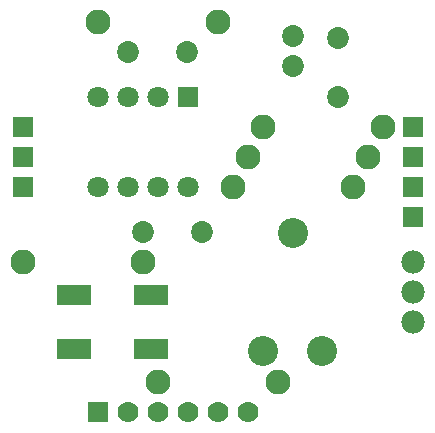
<source format=gts>
G04 ---------------------------- Layer name :TOP SOLDER LAYER*
G04 EasyEDA v5.7.26, Fri, 05 Oct 2018 08:41:05 GMT*
G04 54122b58c75541d9af0cf1b90c5639c7*
G04 Gerber Generator version 0.2*
G04 Scale: 100 percent, Rotated: No, Reflected: No *
G04 Dimensions in millimeters *
G04 leading zeros omitted , absolute positions ,3 integer and 3 decimal *
%FSLAX33Y33*%
%MOMM*%
G90*
G71D02*

%ADD13C,1.981200*%
%ADD14R,1.778000X1.778000*%
%ADD15R,1.803400X1.803400*%
%ADD16C,1.803400*%
%ADD17C,2.108200*%
%ADD18C,1.854200*%
%ADD19R,2.946400X1.727200*%
%ADD20C,1.778000*%
%ADD21C,2.543200*%

%LPD*%
G54D13*
G01X35562Y15237D03*
G01X35562Y12697D03*
G01X35562Y10157D03*
G54D14*
G01X35562Y19048D03*
G54D15*
G01X16510Y29210D03*
G54D16*
G01X13970Y29210D03*
G01X11430Y29210D03*
G01X8890Y29210D03*
G01X8890Y21590D03*
G01X11430Y21590D03*
G01X13970Y21590D03*
G01X16510Y21590D03*
G54D17*
G01X31750Y24130D03*
G01X21590Y24130D03*
G01X8890Y35560D03*
G01X19050Y35560D03*
G01X33022Y26668D03*
G01X22862Y26668D03*
G01X12702Y15238D03*
G01X2542Y15238D03*
G54D14*
G01X2540Y26670D03*
G01X2542Y24127D03*
G01X35560Y26670D03*
G01X35557Y24132D03*
G01X2540Y21590D03*
G01X35560Y21590D03*
G54D18*
G01X25400Y31846D03*
G01X25400Y34386D03*
G54D17*
G01X20322Y21588D03*
G01X30482Y21588D03*
G01X13972Y5078D03*
G01X24132Y5078D03*
G54D19*
G01X13411Y7899D03*
G01X6908Y7899D03*
G01X13411Y12420D03*
G01X6908Y12420D03*
G54D20*
G01X21590Y2540D03*
G01X19050Y2540D03*
G01X16510Y2540D03*
G01X13970Y2540D03*
G01X11430Y2540D03*
G54D14*
G01X8890Y2540D03*
G54D18*
G01X17729Y17780D03*
G01X12750Y17780D03*
G01X29210Y29260D03*
G01X29210Y34239D03*
G01X16459Y33020D03*
G01X11480Y33020D03*
G54D21*
G01X22898Y7699D03*
G01X25398Y17699D03*
G01X27898Y7699D03*
M00*
M02*

</source>
